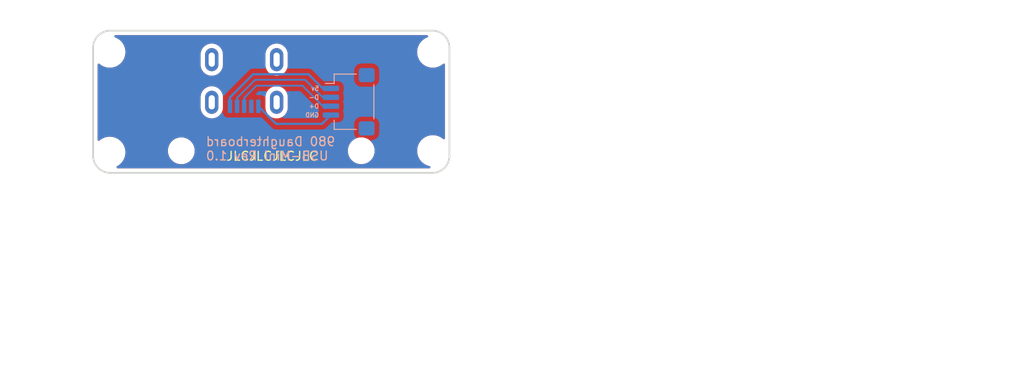
<source format=kicad_pcb>
(kicad_pcb (version 20210824) (generator pcbnew)
  (layers (0 "F.Cu" signal) (31 "B.Cu" signal) (34 "B.Paste" user) (35 "F.Paste" user) (36 "B.SilkS" user "B.Silkscreen") (37 "F.SilkS" user "F.Silkscreen") (38 "B.Mask" user) (39 "F.Mask" user) (44 "Edge.Cuts" user))
  (net 0 "")
  (net 1 "GND")
  (net 2 "VUSB")
  (net 3 "D-")
  (net 4 "D+")
  (footprint "" (layer "F.Cu") (at 136.255 14.205)
    (fp_text reference "" (at 0 0) (layer "F.SilkS") (effects (font (size 1.27 1.27))))
    (fp_text value "" (at 0 0) (layer "F.SilkS") (effects (font (size 1.27 1.27))))
    (pad "" np_thru_hole circle (at -1.555 -0.189521) (size 2 2) (drill 2) (layers F&B.Cu *.Mask))
  )
  (footprint "" (layer "F.Cu") (at 94.555 1.535)
    (fp_text reference "" (at 0 0) (layer "F.SilkS") (effects (font (size 1.27 1.27))))
    (fp_text value "" (at 0 0) (layer "F.SilkS") (effects (font (size 1.27 1.27))))
    (pad "" np_thru_hole circle (at 11.845 1.370479) (size 2.5 2.5) (drill 2.5) (layers F&B.Cu *.Mask))
  )
  (footprint "" (layer "F.Cu") (at 147.015 3.065)
    (fp_text reference "" (at 0 0) (layer "F.SilkS") (effects (font (size 1.27 1.27))))
    (fp_text value "" (at 0 0) (layer "F.SilkS") (effects (font (size 1.27 1.27))))
    (pad "" np_thru_hole circle (at -4.265 -0.159521) (size 2.5 2.5) (drill 2.5) (layers F&B.Cu *.Mask))
  )
  (footprint "" (layer "F.Cu") (at 94.295 7.445633)
    (fp_text reference "" (at 0 0) (layer "F.SilkS") (effects (font (size 1.27 1.27))))
    (fp_text value "" (at 0 0) (layer "F.SilkS") (effects (font (size 1.27 1.27))))
    (pad "" np_thru_hole circle (at 12.105 6.744367) (size 2.5 2.5) (drill 2.5) (layers F&B.Cu *.Mask))
  )
  (footprint "footprints:MegaMan7" (layer "F.Cu") (at 109.650838 8.415023)
    (fp_text reference "G***" hide)
    (fp_text value "LOGO" hide)
  )
  (footprint "" (layer "F.Cu") (at 112.225 13.965)
    (fp_text reference "" (at 0 0) (layer "F.SilkS") (effects (font (size 1.27 1.27))))
    (fp_text value "" (at 0 0) (layer "F.SilkS") (effects (font (size 1.27 1.27))))
    (pad "" np_thru_hole circle (at 2.225 0.050479) (size 2 2) (drill 2) (layers F&B.Cu *.Mask))
  )
  (footprint "" (layer "F.Cu") (at 130.75 14.19)
    (fp_text reference "" (at 0 0) (layer "F.SilkS") (effects (font (size 1.27 1.27))))
    (fp_text value "" (at 0 0) (layer "F.SilkS") (effects (font (size 1.27 1.27))))
    (pad "" np_thru_hole circle (at 12 -0.174521) (size 2.5 2.5) (drill 2.5) (layers F&B.Cu *.Mask))
  )
  (footprint "Keeb_components:U-M-M5DD-W-1" (layer "B.Cu") (at 121.525 3.7575 180)
    (fp_text reference "J1")
    (fp_text value "USB_mini_micro_B" hide)
    (pad "1" smd rect locked (at 1.6 -5.25) (size 0.5 1.5) (layers "B.Cu" "B.Paste" "B.Mask") (net 2 "VUSB"))
    (pad "2" smd rect locked (at 0.8 -5.25) (size 0.5 1.5) (layers "B.Cu" "B.Paste" "B.Mask") (net 3 "D-"))
    (pad "3" smd rect locked (at 0 -5.25) (size 0.5 1.5) (layers "B.Cu" "B.Paste" "B.Mask") (net 4 "D+"))
    (pad "4" smd rect locked (at -0.8 -5.25) (size 0.5 1.5) (layers "B.Cu" "B.Paste" "B.Mask"))
    (pad "5" smd rect locked (at -1.6 -5.25) (size 0.5 1.5) (layers "B.Cu" "B.Paste" "B.Mask") (net 1 "GND"))
    (pad "6" thru_hole oval locked (at -3.65 -4.8) (size 1.5 2.6) (drill oval 0.7 1.6) (layers *.Cu *.Mask))
    (pad "6" thru_hole oval locked (at 3.65 -4.8) (size 1.5 2.6) (drill oval 0.7 1.6) (layers *.Cu *.Mask))
    (pad "6" thru_hole oval locked (at -3.65 0) (size 1.5 2.6) (drill oval 0.7 1.6) (layers *.Cu *.Mask))
    (pad "6" thru_hole oval locked (at 3.65 0) (size 1.5 2.6) (drill oval 0.7 1.6) (layers *.Cu *.Mask))
  )
  (footprint "footprints:MegaMan7" (layer "B.Cu") (at 109.67284 8.39588 180)
    (fp_text reference "G***" hide)
    (fp_text value "LOGO" hide)
  )
  (footprint "Keeb_components:JST_SH_SM04B-SRSS-TB_1x04-1MP_P1.00mm_Horizontal" (layer "B.Cu") (at 133.435 8.495 -90)
    (fp_text reference "J2" hide)
    (fp_text value "ai03_ud" hide)
    (fp_line (start -2.06 1.785) (end -2.06 2.775) (layer "B.SilkS") (width 0.12))
    (fp_line (start 3.11 1.785) (end 2.06 1.785) (layer "B.SilkS") (width 0.12))
    (fp_line (start -3.11 1.785) (end -2.06 1.785) (layer "B.SilkS") (width 0.12))
    (fp_line (start -1.94 -2.685) (end 1.94 -2.685) (layer "B.SilkS") (width 0.12))
    (fp_line (start -3.11 -0.715) (end -3.11 1.785) (layer "B.SilkS") (width 0.12))
    (fp_line (start 3.11 -0.715) (end 3.11 1.785) (layer "B.SilkS") (width 0.12))
    (pad "1" smd roundrect locked (at -1.5 2.15 270) (size 0.6 1.85) (layers "B.Cu" "B.Paste" "B.Mask") (net 2 "VUSB"))
    (pad "2" smd roundrect locked (at -0.5 2.15 270) (size 0.6 1.85) (layers "B.Cu" "B.Paste" "B.Mask") (net 3 "D-"))
    (pad "3" smd roundrect locked (at 0.5 2.15 270) (size 0.6 1.85) (layers "B.Cu" "B.Paste" "B.Mask") (net 4 "D+"))
    (pad "4" smd roundrect locked (at 1.5 2.15 270) (size 0.6 1.85) (layers "B.Cu" "B.Paste" "B.Mask") (net 1 "GND"))
    (pad "MP" smd roundrect locked (at -3 -1.875 270) (size 1.6 1.8) (layers "B.Cu" "B.Paste" "B.Mask") (roundrect_rratio 0.208))
    (pad "MP" smd roundrect locked (at 3 -1.875 270) (size 1.6 1.8) (layers "B.Cu" "B.Paste" "B.Mask") (roundrect_rratio 0.208))
  )
  (gr_arc (start 142.702228 14.572226) (end 144.625 14.495) (angle 94.6) (layer "Edge.Cuts") (width 0.2))
  (gr_arc (start 142.702226 2.417772) (end 142.625 0.495) (angle 94.6) (layer "Edge.Cuts") (width 0.2))
  (gr_arc (start 106.447775 14.57223) (end 106.525 16.495) (angle 94.6) (layer "Edge.Cuts") (width 0.2))
  (gr_arc (start 106.447772 2.417774) (end 104.525 2.495) (angle 94.6) (layer "Edge.Cuts") (width 0.2))
  (gr_line (start 144.625 14.795) (end 144.625 2.495) (layer "Edge.Cuts") (width 0.2))
  (gr_line (start 142.625 16.495) (end 106.525 16.495) (layer "Edge.Cuts") (width 0.2))
  (gr_line (start 106.525 0.495) (end 142.625 0.495) (layer "Edge.Cuts") (width 0.2))
  (gr_line (start 104.525 14.795) (end 104.525 2.495) (layer "Edge.Cuts") (width 0.2))
  (gr_text "D-" (at 130 7.995) (layer "B.SilkS") (effects (font (size 0.5 0.5) (thickness 0.1)) (justify left mirror)))
  (gr_text "D+" (at 130 8.995) (layer "B.SilkS") (effects (font (size 0.5 0.5) (thickness 0.1)) (justify left mirror)))
  (gr_text "980 Daughterboard \nUSB-Mini Rev 1.0" (at 124.115 13.785) (layer "B.SilkS") (effects (font (size 1 1)) (justify mirror)))
  (gr_text "GND" (at 130 9.995) (layer "B.SilkS") (effects (font (size 0.5 0.5) (thickness 0.1)) (justify left mirror)))
  (gr_text "5v" (at 130 6.995) (layer "B.SilkS") (effects (font (size 0.5 0.5) (thickness 0.1)) (justify left mirror)))
  (gr_text "JLCJLCJLCJLC" (at 124.675 14.615) (layer "F.SilkS") (effects (font (size 1 1))))
  (segment (start 130.288 10.985) (end 131.278 9.995) (width 0.25) (layer "B.Cu") (net 1))
  (segment (start 131.278 9.995) (end 131.285 9.995) (width 0.25) (layer "B.Cu") (net 1))
  (segment (start 124.29952 10.18202) (end 124.31102 10.18202) (width 0.25) (layer "B.Cu") (net 1))
  (segment (start 123.125 9.0075) (end 124.29952 10.18202) (width 0.25) (layer "B.Cu") (net 1))
  (segment (start 125.114 10.985) (end 130.288 10.985) (width 0.25) (layer "B.Cu") (net 1))
  (segment (start 124.31102 10.18202) (end 125.114 10.985) (width 0.25) (layer "B.Cu") (net 1))
  (segment (start 119.925 8.0075) (end 122.5325 5.4) (width 0.25) (layer "B.Cu") (net 2))
  (segment (start 128.762 5.4) (end 130.357 6.995) (width 0.25) (layer "B.Cu") (net 2))
  (segment (start 119.925 9.0075) (end 119.925 8.0075) (width 0.25) (layer "B.Cu") (net 2))
  (segment (start 130.357 6.995) (end 131.285 6.995) (width 0.25) (layer "B.Cu") (net 2))
  (segment (start 122.5325 5.4) (end 128.762 5.4) (width 0.25) (layer "B.Cu") (net 2))
  (segment (start 120.725 9.0075) (end 120.725 8.0575) (width 0.2) (layer "B.Cu") (net 3))
  (segment (start 128.393001 6.028) (end 130.360001 7.995) (width 0.2) (layer "B.Cu") (net 3))
  (segment (start 130.360001 7.995) (end 131.285 7.995) (width 0.2) (layer "B.Cu") (net 3))
  (segment (start 122.7545 6.028) (end 128.393001 6.028) (width 0.2) (layer "B.Cu") (net 3))
  (segment (start 120.725 8.0575) (end 122.7545 6.028) (width 0.2) (layer "B.Cu") (net 3))
  (segment (start 121.525 8.0575) (end 122.8915 6.691) (width 0.2) (layer "B.Cu") (net 4))
  (segment (start 121.525 9.0075) (end 121.525 8.0575) (width 0.2) (layer "B.Cu") (net 4))
  (segment (start 130.386 8.995) (end 131.285 8.995) (width 0.2) (layer "B.Cu") (net 4))
  (segment (start 122.8915 6.691) (end 128.082 6.691) (width 0.2) (layer "B.Cu") (net 4))
  (segment (start 128.082 6.691) (end 130.386 8.995) (width 0.2) (layer "B.Cu") (net 4))
  (zone (net 0) (net_name "") (layer "F.Cu") (connect_pads (clearance 0.508)) (min_thickness 0.254) (fill yes (thermal_gap 0.508) (thermal_bridge_width 0.508))
    (polygon (pts (xy 209.295 38.215) (xy 98.865 38.785) (xy 98.675 -2.955) (xy 208.535 -2.955)))
  )
  (zone (net 0) (net_name "") (layer "B.Cu") (connect_pads (clearance 0.508)) (min_thickness 0.254) (fill yes (thermal_gap 0.508) (thermal_bridge_width 0.508))
    (polygon (pts (xy 205.665 19.675) (xy 101.275 18.895) (xy 101.595 -2.435) (xy 205.585 -1.515)))
  )
)
</source>
